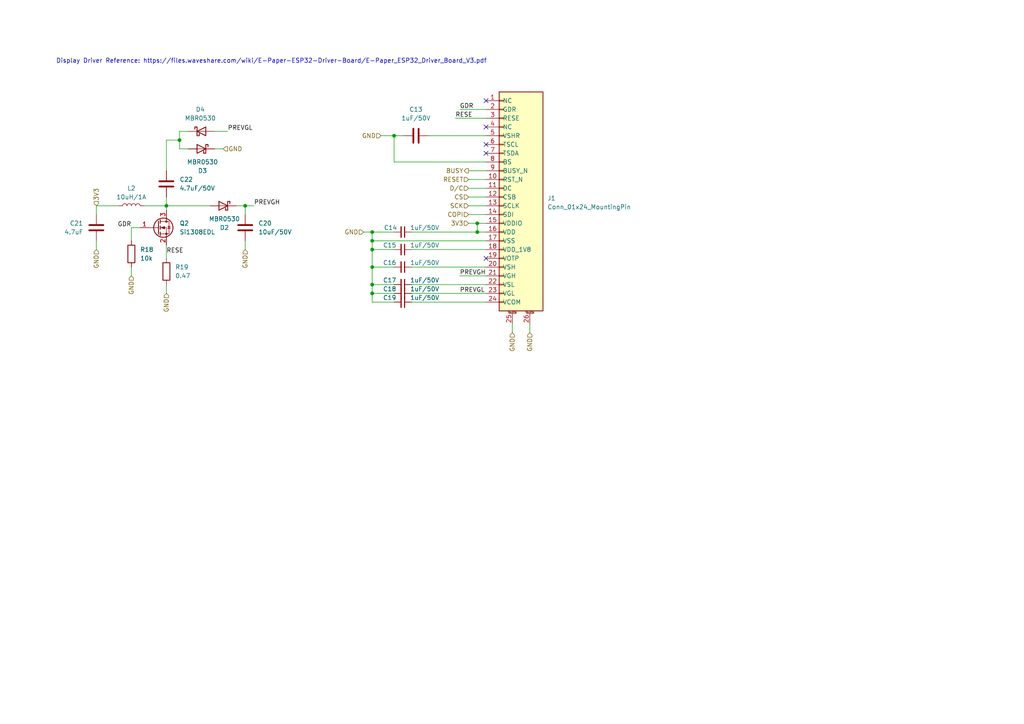
<source format=kicad_sch>
(kicad_sch (version 20250114) (generator "eeschema") (generator_version "9.0")
  (paper "A4")
  (lib_symbols
    (symbol "Connector_Generic_MountingPin:Conn_01x24_MountingPin" (pin_names (offset 1.016))
      (property "Reference" "J3" (at 12.7 -0.3555 0))
      (property "Value" "Conn_01x24_MountingPin" (at 12.7 -2.8955 0))
      (symbol "Conn_01x24_MountingPin_1_1"
        (rectangle (start -1.27 30.48) (end 11.43 -33.02) (stroke (width 0.254)) (fill (type background)))
        (rectangle (start -1.27 28.067) (end 0 27.813) (stroke (width 0.1524)))
        (rectangle (start -1.27 25.527) (end 0 25.273) (stroke (width 0.1524)))
        (rectangle (start -1.27 22.987) (end 0 22.733) (stroke (width 0.1524)))
        (rectangle (start -1.27 20.447) (end 0 20.193) (stroke (width 0.1524)))
        (rectangle (start -1.27 17.907) (end 0 17.653) (stroke (width 0.1524)))
        (rectangle (start -1.27 15.367) (end 0 15.113) (stroke (width 0.1524)))
        (rectangle (start -1.27 12.827) (end 0 12.573) (stroke (width 0.1524)))
        (rectangle (start -1.27 10.287) (end 0 10.033) (stroke (width 0.1524)))
        (rectangle (start -1.27 7.747) (end 0 7.493) (stroke (width 0.1524)))
        (rectangle (start -1.27 5.207) (end 0 4.953) (stroke (width 0.1524)))
        (rectangle (start -1.27 2.667) (end 0 2.413) (stroke (width 0.1524)))
        (rectangle (start -1.27 0.127) (end 0 -0.127) (stroke (width 0.1524)))
        (rectangle (start -1.27 -2.413) (end 0 -2.667) (stroke (width 0.1524)))
        (rectangle (start -1.27 -4.953) (end 0 -5.207) (stroke (width 0.1524)))
        (rectangle (start -1.27 -7.493) (end 0 -7.747) (stroke (width 0.1524)))
        (rectangle (start -1.27 -10.033) (end 0 -10.287) (stroke (width 0.1524)))
        (rectangle (start -1.27 -12.573) (end 0 -12.827) (stroke (width 0.1524)))
        (rectangle (start -1.27 -15.113) (end 0 -15.367) (stroke (width 0.1524)))
        (rectangle (start -1.27 -17.653) (end 0 -17.907) (stroke (width 0.1524)))
        (rectangle (start -1.27 -20.193) (end 0 -20.447) (stroke (width 0.1524)))
        (rectangle (start -1.27 -22.733) (end 0 -22.987) (stroke (width 0.1524)))
        (rectangle (start -1.27 -25.273) (end 0 -25.527) (stroke (width 0.1524)))
        (rectangle (start -1.27 -27.813) (end 0 -28.067) (stroke (width 0.1524)))
        (rectangle (start -1.27 -30.353) (end 0 -30.607) (stroke (width 0.1524)))
        (polyline (pts (xy 1.524 -33.782) (xy 3.556 -33.782)) (stroke (width 0.1524)))
        (polyline (pts (xy 6.604 -33.782) (xy 8.636 -33.782)) (stroke (width 0.1524)))
        (text "Mounting" (at 2.54 -33.401 0) (effects (font (size 0.381 0.381))))
        (text "Mounting" (at 7.62 -33.401 0) (effects (font (size 0.381 0.381))))
        (pin passive line (at -5.08 27.94 0) (length 3.81) (name "NC") (number "1"))
        (pin output line (at -5.08 25.4 0) (length 3.81) (name "GDR") (number "2"))
        (pin passive line (at -5.08 22.86 0) (length 3.81) (name "RESE") (number "3"))
        (pin passive line (at -5.08 20.32 0) (length 3.81) (name "NC") (number "4"))
        (pin power_in line (at -5.08 17.78 0) (length 3.81) (name "VSHR") (number "5"))
        (pin output line (at -5.08 15.24 0) (length 3.81) (name "TSCL") (number "6"))
        (pin bidirectional line (at -5.08 12.7 0) (length 3.81) (name "TSDA") (number "7"))
        (pin input line (at -5.08 10.16 0) (length 3.81) (name "BS") (number "8"))
        (pin output line (at -5.08 7.62 0) (length 3.81) (name "BUSY_N") (number "9"))
        (pin input line (at -5.08 5.08 0) (length 3.81) (name "RST_N") (number "10"))
        (pin input line (at -5.08 2.54 0) (length 3.81) (name "DC") (number "11"))
        (pin input line (at -5.08 0 0) (length 3.81) (name "CSB") (number "12"))
        (pin input line (at -5.08 -2.54 0) (length 3.81) (name "SCLK") (number "13"))
        (pin bidirectional line (at -5.08 -5.08 0) (length 3.81) (name "SDI") (number "14"))
        (pin power_in line (at -5.08 -7.62 0) (length 3.81) (name "VDDIO") (number "15"))
        (pin power_in line (at -5.08 -10.16 0) (length 3.81) (name "VDD") (number "16"))
        (pin power_in line (at -5.08 -12.7 0) (length 3.81) (name "VSS") (number "17"))
        (pin power_in line (at -5.08 -15.24 0) (length 3.81) (name "VDD_1V8") (number "18"))
        (pin power_in line (at -5.08 -17.78 0) (length 3.81) (name "VOTP") (number "19"))
        (pin power_in line (at -5.08 -20.32 0) (length 3.81) (name "VSH") (number "20"))
        (pin power_in line (at -5.08 -22.86 0) (length 3.81) (name "VGH") (number "21"))
        (pin power_in line (at -5.08 -25.4 0) (length 3.81) (name "VSL") (number "22"))
        (pin power_in line (at -5.08 -27.94 0) (length 3.81) (name "VGL") (number "23"))
        (pin power_in line (at -5.08 -30.48 0) (length 3.81) (name "VCOM") (number "24"))
        (pin passive line (at 2.54 -36.83 90) (length 3.048) (name "") (number "25"))
        (pin passive line (at 7.62 -36.83 90) (length 3.048) (name "") (number "26"))
      )
    )
    (symbol "Device:C" (pin_numbers (hide yes)) (pin_names (offset 0.254))
      (property "Reference" "C" (at 0.635 2.54 0))
      (property "Value" "C" (at 0.635 -2.54 0))
      (symbol "C_0_1"
        (polyline (pts (xy -2.032 0.762) (xy 2.032 0.762)) (stroke (width 0.508)))
        (polyline (pts (xy -2.032 -0.762) (xy 2.032 -0.762)) (stroke (width 0.508)))
      )
      (symbol "C_1_1"
        (pin passive line (at 0 3.81 270) (length 2.794) (name "~") (number "1"))
        (pin passive line (at 0 -3.81 90) (length 2.794) (name "~") (number "2"))
      )
    )
    (symbol "Device:C_Small" (pin_numbers (hide yes)) (pin_names (offset 0.254) (hide yes))
      (property "Reference" "C" (at 0.254 1.778 0))
      (property "Value" "C_Small" (at 0.254 -2.032 0))
      (symbol "C_Small_0_1"
        (polyline (pts (xy -1.524 0.508) (xy 1.524 0.508)) (stroke (width 0.3048)))
        (polyline (pts (xy -1.524 -0.508) (xy 1.524 -0.508)) (stroke (width 0.3302)))
      )
      (symbol "C_Small_1_1"
        (pin passive line (at 0 2.54 270) (length 2.032) (name "~") (number "1"))
        (pin passive line (at 0 -2.54 90) (length 2.032) (name "~") (number "2"))
      )
    )
    (symbol "Device:L" (pin_numbers (hide yes)) (pin_names (offset 1.016) (hide yes))
      (property "Reference" "L" (at -1.27 0 90))
      (property "Value" "L" (at 1.905 0 90))
      (symbol "L_0_1"
        (arc (start 0 2.54) (mid 0.6323 1.905) (end 0 1.27))
        (arc (start 0 1.27) (mid 0.6323 0.635) (end 0 0))
        (arc (start 0 0) (mid 0.6323 -0.635) (end 0 -1.27))
        (arc (start 0 -1.27) (mid 0.6323 -1.905) (end 0 -2.54))
      )
      (symbol "L_1_1"
        (pin passive line (at 0 3.81 270) (length 1.27) (name "1") (number "1"))
        (pin passive line (at 0 -3.81 90) (length 1.27) (name "2") (number "2"))
      )
    )
    (symbol "Device:R" (pin_numbers (hide yes)) (pin_names (offset 0))
      (property "Reference" "R" (at 2.032 0 90))
      (property "Value" "R" (at 0 0 90))
      (symbol "R_0_1"
        (rectangle (start -1.016 -2.54) (end 1.016 2.54) (stroke (width 0.254)))
      )
      (symbol "R_1_1"
        (pin passive line (at 0 3.81 270) (length 1.27) (name "~") (number "1"))
        (pin passive line (at 0 -3.81 90) (length 1.27) (name "~") (number "2"))
      )
    )
    (symbol "Diode:MBR0530" (pin_numbers (hide yes)) (pin_names (offset 1.016) (hide yes))
      (property "Reference" "D" (at 0 2.54 0))
      (property "Value" "MBR0530" (at 0 -2.54 0))
      (symbol "MBR0530_0_1"
        (polyline (pts (xy -1.905 0.635) (xy -1.905 1.27) (xy -1.27 1.27) (xy -1.27 -1.27) (xy -0.635 -1.27) (xy -0.635 -0.635)) (stroke (width 0.254)))
        (polyline (pts (xy 1.27 1.27) (xy 1.27 -1.27) (xy -1.27 0) (xy 1.27 1.27)) (stroke (width 0.254)))
        (polyline (pts (xy 1.27 0) (xy -1.27 0)))
      )
      (symbol "MBR0530_1_1"
        (pin passive line (at -3.81 0 0) (length 2.54) (name "K") (number "1"))
        (pin passive line (at 3.81 0 180) (length 2.54) (name "A") (number "2"))
      )
    )
    (symbol "Transistor_FET:Si1308EDL" (pin_names (offset 0) (hide yes))
      (property "Reference" "Q" (at 5.08 1.905 0))
      (property "Value" "Si1308EDL" (at 5.08 0 0))
      (symbol "Si1308EDL_0_1"
        (polyline (pts (xy 0.254 1.905) (xy 0.254 -1.905)) (stroke (width 0.254)))
        (polyline (pts (xy 0.254 0) (xy -2.54 0)))
        (polyline (pts (xy 0.762 2.286) (xy 0.762 1.27)) (stroke (width 0.254)))
        (polyline (pts (xy 0.762 0.508) (xy 0.762 -0.508)) (stroke (width 0.254)))
        (polyline (pts (xy 0.762 -1.27) (xy 0.762 -2.286)) (stroke (width 0.254)))
        (polyline (pts (xy 0.762 -1.778) (xy 3.302 -1.778) (xy 3.302 1.778) (xy 0.762 1.778)))
        (polyline (pts (xy 1.016 0) (xy 2.032 0.381) (xy 2.032 -0.381) (xy 1.016 0)) (fill (type outline)))
        (circle (center 1.651 0) (radius 2.794) (stroke (width 0.254)))
        (polyline (pts (xy 2.54 2.54) (xy 2.54 1.778)))
        (circle (center 2.54 1.778) (radius 0.254) (fill (type outline)))
        (circle (center 2.54 -1.778) (radius 0.254) (fill (type outline)))
        (polyline (pts (xy 2.54 -2.54) (xy 2.54 0) (xy 0.762 0)))
        (polyline (pts (xy 2.921 0.381) (xy 3.683 0.381)))
        (polyline (pts (xy 3.302 0.381) (xy 2.921 -0.254) (xy 3.683 -0.254) (xy 3.302 0.381)))
      )
      (symbol "Si1308EDL_1_1"
        (pin input line (at -5.08 0 0) (length 2.54) (name "G") (number "1"))
        (pin passive line (at 2.54 5.08 270) (length 2.54) (name "D") (number "3"))
        (pin passive line (at 2.54 -5.08 90) (length 2.54) (name "S") (number "2"))
      )
    )
  )
  (text "Display Driver Reference: https://files.waveshare.com/wiki/E-Paper-ESP32-Driver-Board/E-Paper_ESP32_Driver_Board_V3.pdf" (at 78.74 17.78 0) (effects (font (size 1.27 1.27))))
  (junction (at 138.43 67.31))
  (junction (at 107.95 85.09))
  (junction (at 52.07 40.64))
  (junction (at 138.43 64.77))
  (junction (at 107.95 82.55))
  (junction (at 71.12 59.69))
  (junction (at 107.95 69.85))
  (junction (at 107.95 67.31))
  (junction (at 114.3 39.37))
  (junction (at 107.95 77.47))
  (junction (at 48.26 59.69))
  (junction (at 107.95 72.39))
  (no_connect (at 140.97 29.21))
  (no_connect (at 140.97 44.45))
  (no_connect (at 140.97 41.91))
  (no_connect (at 140.97 74.93))
  (no_connect (at 140.97 36.83))
  (wire (pts (xy 148.59 93.98) (xy 148.59 96.52)))
  (wire (pts (xy 48.26 59.69) (xy 60.96 59.69)))
  (wire (pts (xy 140.97 46.99) (xy 114.3 46.99)))
  (wire (pts (xy 71.12 59.69) (xy 73.66 59.69)))
  (wire (pts (xy 71.12 69.85) (xy 71.12 72.39)))
  (wire (pts (xy 52.07 40.64) (xy 48.26 40.64)))
  (wire (pts (xy 38.1 69.85) (xy 38.1 66.04)))
  (wire (pts (xy 119.38 67.31) (xy 138.43 67.31)))
  (wire (pts (xy 107.95 67.31) (xy 107.95 69.85)))
  (wire (pts (xy 27.94 59.69) (xy 27.94 62.23)))
  (wire (pts (xy 52.07 40.64) (xy 52.07 38.1)))
  (wire (pts (xy 107.95 77.47) (xy 107.95 82.55)))
  (wire (pts (xy 107.95 77.47) (xy 114.3 77.47)))
  (wire (pts (xy 107.95 69.85) (xy 140.97 69.85)))
  (wire (pts (xy 153.67 93.98) (xy 153.67 96.52)))
  (wire (pts (xy 138.43 67.31) (xy 140.97 67.31)))
  (wire (pts (xy 107.95 82.55) (xy 114.3 82.55)))
  (wire (pts (xy 41.91 59.69) (xy 48.26 59.69)))
  (wire (pts (xy 140.97 64.77) (xy 138.43 64.77)))
  (wire (pts (xy 135.89 54.61) (xy 140.97 54.61)))
  (wire (pts (xy 107.95 72.39) (xy 114.3 72.39)))
  (wire (pts (xy 27.94 69.85) (xy 27.94 72.39)))
  (wire (pts (xy 52.07 40.64) (xy 52.07 43.18)))
  (wire (pts (xy 38.1 77.47) (xy 38.1 80.01)))
  (wire (pts (xy 105.41 67.31) (xy 107.95 67.31)))
  (wire (pts (xy 107.95 69.85) (xy 107.95 72.39)))
  (wire (pts (xy 107.95 87.63) (xy 114.3 87.63)))
  (wire (pts (xy 135.89 52.07) (xy 140.97 52.07)))
  (wire (pts (xy 119.38 87.63) (xy 140.97 87.63)))
  (wire (pts (xy 135.89 49.53) (xy 140.97 49.53)))
  (wire (pts (xy 138.43 64.77) (xy 138.43 67.31)))
  (wire (pts (xy 107.95 82.55) (xy 107.95 85.09)))
  (wire (pts (xy 48.26 71.12) (xy 48.26 74.93)))
  (wire (pts (xy 133.35 31.75) (xy 140.97 31.75)))
  (wire (pts (xy 52.07 38.1) (xy 54.61 38.1)))
  (wire (pts (xy 38.1 66.04) (xy 40.64 66.04)))
  (wire (pts (xy 119.38 85.09) (xy 140.97 85.09)))
  (wire (pts (xy 119.38 77.47) (xy 140.97 77.47)))
  (wire (pts (xy 135.89 62.23) (xy 140.97 62.23)))
  (wire (pts (xy 124.46 39.37) (xy 140.97 39.37)))
  (wire (pts (xy 48.26 59.69) (xy 48.26 60.96)))
  (wire (pts (xy 135.89 59.69) (xy 140.97 59.69)))
  (wire (pts (xy 133.35 80.01) (xy 140.97 80.01)))
  (wire (pts (xy 52.07 43.18) (xy 54.61 43.18)))
  (wire (pts (xy 119.38 72.39) (xy 140.97 72.39)))
  (wire (pts (xy 114.3 46.99) (xy 114.3 39.37)))
  (wire (pts (xy 110.49 39.37) (xy 114.3 39.37)))
  (wire (pts (xy 107.95 67.31) (xy 114.3 67.31)))
  (wire (pts (xy 71.12 59.69) (xy 71.12 62.23)))
  (wire (pts (xy 135.89 57.15) (xy 140.97 57.15)))
  (wire (pts (xy 132.08 34.29) (xy 140.97 34.29)))
  (wire (pts (xy 48.26 82.55) (xy 48.26 85.09)))
  (wire (pts (xy 114.3 39.37) (xy 116.84 39.37)))
  (wire (pts (xy 135.89 64.77) (xy 138.43 64.77)))
  (wire (pts (xy 66.04 38.1) (xy 62.23 38.1)))
  (wire (pts (xy 48.26 57.15) (xy 48.26 59.69)))
  (wire (pts (xy 119.38 82.55) (xy 140.97 82.55)))
  (wire (pts (xy 107.95 87.63) (xy 107.95 85.09)))
  (wire (pts (xy 48.26 40.64) (xy 48.26 49.53)))
  (wire (pts (xy 107.95 85.09) (xy 114.3 85.09)))
  (wire (pts (xy 107.95 72.39) (xy 107.95 77.47)))
  (wire (pts (xy 62.23 43.18) (xy 64.77 43.18)))
  (wire (pts (xy 27.94 59.69) (xy 34.29 59.69)))
  (wire (pts (xy 68.58 59.69) (xy 71.12 59.69)))
  (label "GDR" (at 133.35 31.75 0))
  (label "PREVGH" (at 73.66 59.69 0))
  (label "RESE" (at 48.26 73.66 0))
  (label "PREVGL" (at 133.35 85.09 0))
  (label "PREVGH" (at 133.35 80.01 0))
  (label "GDR" (at 38.1 66.04 180))
  (label "PREVGL" (at 66.04 38.1 0))
  (label "RESE" (at 132.08 34.29 0))
  (hierarchical_label "D{slash}C" (shape input) (at 135.89 54.61 180))
  (hierarchical_label "GND" (shape input) (at 38.1 80.01 270))
  (hierarchical_label "GND" (shape input) (at 148.59 96.52 270))
  (hierarchical_label "CS" (shape input) (at 135.89 57.15 180))
  (hierarchical_label "RESET" (shape input) (at 135.89 52.07 180))
  (hierarchical_label "BUSY" (shape output) (at 135.89 49.53 180))
  (hierarchical_label "GND" (shape input) (at 153.67 96.52 270))
  (hierarchical_label "GND" (shape input) (at 27.94 72.39 270))
  (hierarchical_label "GND" (shape input) (at 64.77 43.18 0))
  (hierarchical_label "GND" (shape input) (at 110.49 39.37 180))
  (hierarchical_label "GND" (shape input) (at 105.41 67.31 180))
  (hierarchical_label "SCK" (shape input) (at 135.89 59.69 180))
  (hierarchical_label "3V3" (shape input) (at 27.94 59.69 90))
  (hierarchical_label "3V3" (shape input) (at 135.89 64.77 180))
  (hierarchical_label "GND" (shape input) (at 71.12 72.39 270))
  (hierarchical_label "GND" (shape input) (at 48.26 85.09 270))
  (hierarchical_label "COPI" (shape input) (at 135.89 62.23 180))
  (symbol (lib_id "Device:C_Small") (at 116.84 77.47 270) (unit 1)
    (property "Reference" "C16" (at 113.03 76.2 90))
    (property "Value" "1uF/50V" (at 123.19 76.2 90))
    (property "Footprint" "Capacitor_SMD:C_1206_3216Metric" (effects (hide yes)))
    (property "Description" "Unpolarized capacitor, small symbol" (effects (hide yes)))
  )
  (symbol (lib_id "Connector_Generic_MountingPin:Conn_01x24_MountingPin") (at 146.05 57.15 0) (unit 1)
    (property "Reference" "J1" (at 158.75 57.5055 0) (effects (justify left)))
    (property "Value" "Conn_01x24_MountingPin" (at 158.75 60.0455 0) (effects (justify left)))
    (property "Footprint" "FH12A_24S_0_5SH_55_:CONN24_1X24_DRC_FFC_HIR" (effects (hide yes)))
    (property "Datasheet" "https://files.waveshare.com/upload/3/37/5.83inch_e-Paper_V2_Specification.pdf" (effects (hide yes)))
    (property "Description" "Generic connectable mounting pin connector, single row, 01x24, script generated (kicad-library-utils/schlib/autogen/connector/)" (effects (hide yes)))
  )
  (symbol (lib_id "Device:R") (at 38.1 73.66 0) (unit 1)
    (property "Reference" "R18" (at 40.64 72.3899 0) (effects (justify left)))
    (property "Value" "10k" (at 40.64 74.9299 0) (effects (justify left)))
    (property "Footprint" "Resistor_SMD:R_1206_3216Metric" (effects (hide yes)))
    (property "Description" "Resistor" (effects (hide yes)))
  )
  (symbol (lib_id "Transistor_FET:Si1308EDL") (at 45.72 66.04 0) (unit 1)
    (property "Reference" "Q2" (at 52.07 64.7699 0) (effects (justify left)))
    (property "Value" "Si1308EDL" (at 52.07 67.3099 0) (effects (justify left)))
    (property "Footprint" "Package_TO_SOT_SMD:SOT-323_SC-70" (effects (hide yes)))
    (property "Datasheet" "https://www.vishay.com/docs/63399/si1308edl.pdf" (effects (hide yes)))
    (property "Description" "30V Vds, 1.4A Id, N-Channel MOSFET, SC-70" (effects (hide yes)))
  )
  (symbol (lib_id "Diode:MBR0530") (at 58.42 38.1 0) (unit 1)
    (property "Reference" "D4" (at 58.1025 31.75 0))
    (property "Value" "MBR0530" (at 58.1025 34.29 0))
    (property "Footprint" "Diode_SMD:D_SOD-123" (effects (hide yes)))
    (property "Datasheet" "http://www.mccsemi.com/up_pdf/MBR0520~MBR0580(SOD123).pdf" (effects (hide yes)))
    (property "Description" "30V 0.5A Schottky Power Rectifier Diode, SOD-123" (effects (hide yes)))
  )
  (symbol (lib_id "Device:C_Small") (at 116.84 87.63 270) (unit 1)
    (property "Reference" "C19" (at 113.03 86.36 90))
    (property "Value" "1uF/50V" (at 123.19 86.36 90))
    (property "Footprint" "Capacitor_SMD:C_1206_3216Metric" (effects (hide yes)))
    (property "Description" "Unpolarized capacitor, small symbol" (effects (hide yes)))
  )
  (symbol (lib_id "Device:C_Small") (at 116.84 82.55 270) (unit 1)
    (property "Reference" "C17" (at 113.03 81.28 90))
    (property "Value" "1uF/50V" (at 123.19 81.28 90))
    (property "Footprint" "Capacitor_SMD:C_1206_3216Metric" (effects (hide yes)))
    (property "Description" "Unpolarized capacitor, small symbol" (effects (hide yes)))
  )
  (symbol (lib_id "Device:R") (at 48.26 78.74 0) (unit 1)
    (property "Reference" "R19" (at 50.8 77.4699 0) (effects (justify left)))
    (property "Value" "0.47" (at 50.8 80.0099 0) (effects (justify left)))
    (property "Footprint" "Resistor_SMD:R_1206_3216Metric" (effects (hide yes)))
    (property "Description" "Resistor" (effects (hide yes)))
  )
  (symbol (lib_id "Device:C_Small") (at 116.84 67.31 270) (unit 1)
    (property "Reference" "C14" (at 113.2776 66.04 90))
    (property "Value" "1uF/50V" (at 123.1836 66.04 90))
    (property "Footprint" "Capacitor_SMD:C_1206_3216Metric" (effects (hide yes)))
    (property "Description" "Unpolarized capacitor, small symbol" (effects (hide yes)))
  )
  (symbol (lib_id "Device:C") (at 120.65 39.37 270) (unit 1)
    (property "Reference" "C13" (at 120.65 31.75 90))
    (property "Value" "1uF/50V" (at 120.65 34.29 90))
    (property "Footprint" "Capacitor_SMD:C_1206_3216Metric" (effects (hide yes)))
    (property "Description" "Unpolarized capacitor" (effects (hide yes)))
  )
  (symbol (lib_id "Diode:MBR0530") (at 64.77 59.69 0) (mirror y) (unit 1)
    (property "Reference" "D2" (at 65.0875 66.04 0))
    (property "Value" "MBR0530" (at 65.0875 63.5 0))
    (property "Footprint" "Diode_SMD:D_SOD-123" (effects (hide yes)))
    (property "Datasheet" "http://www.mccsemi.com/up_pdf/MBR0520~MBR0580(SOD123).pdf" (effects (hide yes)))
    (property "Description" "30V 0.5A Schottky Power Rectifier Diode, SOD-123" (effects (hide yes)))
  )
  (symbol (lib_id "Diode:MBR0530") (at 58.42 43.18 0) (mirror y) (unit 1)
    (property "Reference" "D3" (at 58.7375 49.53 0))
    (property "Value" "MBR0530" (at 58.7375 46.99 0))
    (property "Footprint" "Diode_SMD:D_SOD-123" (effects (hide yes)))
    (property "Datasheet" "http://www.mccsemi.com/up_pdf/MBR0520~MBR0580(SOD123).pdf" (effects (hide yes)))
    (property "Description" "30V 0.5A Schottky Power Rectifier Diode, SOD-123" (effects (hide yes)))
  )
  (symbol (lib_id "Device:C_Small") (at 116.84 85.09 270) (unit 1)
    (property "Reference" "C18" (at 113.03 83.82 90))
    (property "Value" "1uF/50V" (at 123.19 83.82 90))
    (property "Footprint" "Capacitor_SMD:C_1206_3216Metric" (effects (hide yes)))
    (property "Description" "Unpolarized capacitor, small symbol" (effects (hide yes)))
  )
  (symbol (lib_id "Device:C") (at 48.26 53.34 0) (unit 1)
    (property "Reference" "C22" (at 52.07 52.0699 0) (effects (justify left)))
    (property "Value" "4.7uF/50V" (at 52.07 54.6099 0) (effects (justify left)))
    (property "Footprint" "Capacitor_SMD:C_1206_3216Metric" (effects (hide yes)))
    (property "Description" "Unpolarized capacitor" (effects (hide yes)))
  )
  (symbol (lib_id "Device:C") (at 71.12 66.04 0) (unit 1)
    (property "Reference" "C20" (at 74.93 64.7699 0) (effects (justify left)))
    (property "Value" "10uF/50V" (at 74.93 67.3099 0) (effects (justify left)))
    (property "Footprint" "Capacitor_SMD:C_1206_3216Metric" (effects (hide yes)))
    (property "Description" "Unpolarized capacitor" (effects (hide yes)))
  )
  (symbol (lib_id "Device:C") (at 27.94 66.04 0) (mirror y) (unit 1)
    (property "Reference" "C21" (at 24.13 64.7699 0) (effects (justify left)))
    (property "Value" "4.7uF" (at 24.13 67.3099 0) (effects (justify left)))
    (property "Footprint" "Capacitor_SMD:C_1206_3216Metric" (effects (hide yes)))
    (property "Description" "Unpolarized capacitor" (effects (hide yes)))
  )
  (symbol (lib_id "Device:L") (at 38.1 59.69 90) (unit 1)
    (property "Reference" "L2" (at 38.1 54.61 90))
    (property "Value" "10uH/1A" (at 38.1 57.15 90))
    (property "Footprint" "Inductor_SMD:L_1812_4532Metric" (effects (hide yes)))
    (property "Description" "Inductor" (effects (hide yes)))
  )
  (symbol (lib_id "Device:C_Small") (at 116.84 72.39 270) (unit 1)
    (property "Reference" "C15" (at 113.03 71.12 90))
    (property "Value" "1uF/50V" (at 123.19 71.12 90))
    (property "Footprint" "Capacitor_SMD:C_1206_3216Metric" (effects (hide yes)))
    (property "Description" "Unpolarized capacitor, small symbol" (effects (hide yes)))
  )
)
</source>
